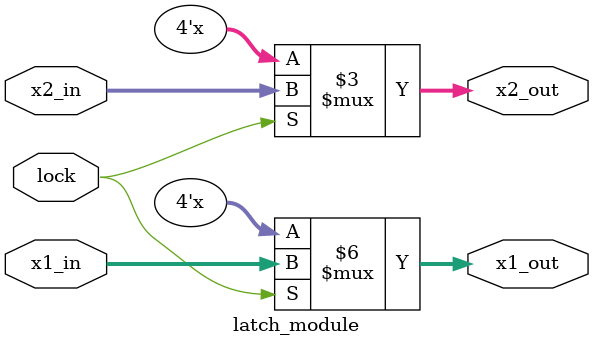
<source format=v>
module latch_module (
    input wire lock,              // Lock signal
    input wire signed [3:0] x1_in, // Input x1 (4-bit signed)
    input wire signed [3:0] x2_in, // Input x2 (4-bit signed)
    output reg signed [3:0] x1_out,// Latched x1 output
    output reg signed [3:0] x2_out // Latched x2 output
);

    // Combinational latch logic (D latch, asynchronous)
    always @(*) begin
        if (lock) begin
            x1_out = x1_in;
            x2_out = x2_in;
        end
    end

endmodule

</source>
